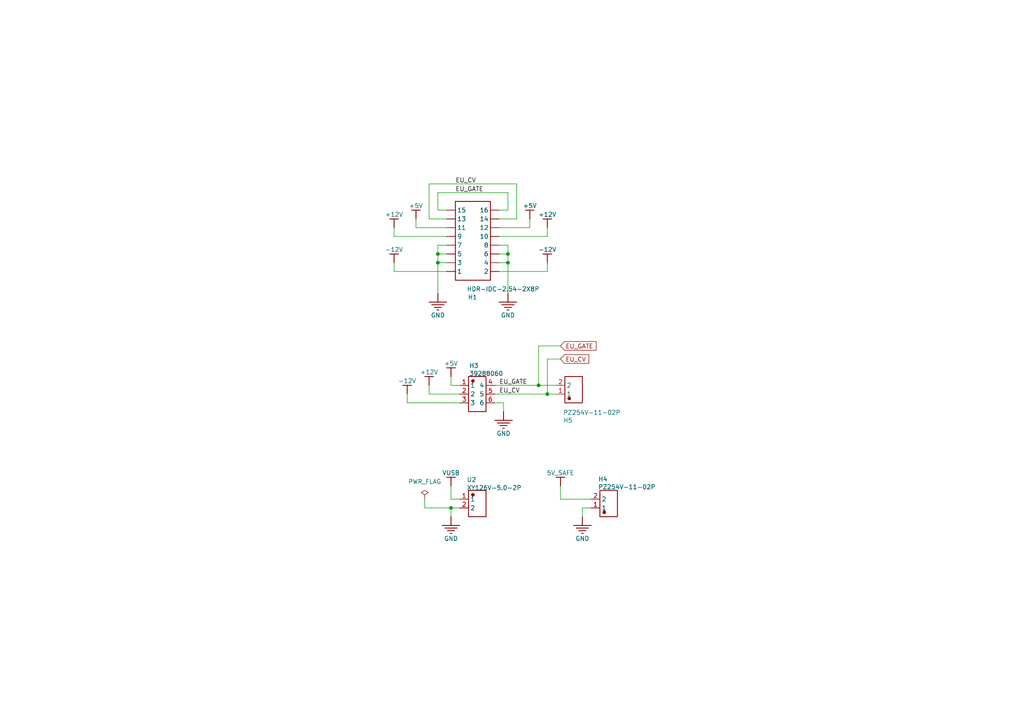
<source format=kicad_sch>
(kicad_sch (version 20231120) (generator "eeschema") (generator_version "8.0")
  (paper "A4")
  (lib_symbols
    (symbol "dualrailusbc-altium-import:+12V_BAR" (power)
      (property "Reference" "#PWR" (at 0 0 0))
      (property "Value" "+12V" (at 0 3.81 0))
      (symbol "+12V_BAR_0_0"
        (polyline (pts (xy -1.27 -2.54) (xy 1.27 -2.54)) (stroke (width 0.254)))
        (polyline (pts (xy 0 0) (xy 0 -2.54)) (stroke (width 0.254)))
        (pin power_in line (at 0 0 0) (length 0) hide (name "+12V") (number ""))
      )
    )
    (symbol "dualrailusbc-altium-import:+5V_BAR" (power)
      (property "Reference" "#PWR" (at 0 0 0))
      (property "Value" "+5V" (at 0 3.81 0))
      (symbol "+5V_BAR_0_0"
        (polyline (pts (xy -1.27 -2.54) (xy 1.27 -2.54)) (stroke (width 0.254)))
        (polyline (pts (xy 0 0) (xy 0 -2.54)) (stroke (width 0.254)))
        (pin power_in line (at 0 0 0) (length 0) hide (name "+5V") (number ""))
      )
    )
    (symbol "dualrailusbc-altium-import:-12V_BAR" (power)
      (property "Reference" "#PWR" (at 0 0 0))
      (property "Value" "-12V" (at 0 3.81 0))
      (symbol "-12V_BAR_0_0"
        (polyline (pts (xy -1.27 -2.54) (xy 1.27 -2.54)) (stroke (width 0.254)))
        (polyline (pts (xy 0 0) (xy 0 -2.54)) (stroke (width 0.254)))
        (pin power_in line (at 0 0 0) (length 0) hide (name "-12V") (number ""))
      )
    )
    (symbol "dualrailusbc-altium-import:GND_POWER_GROUND" (power)
      (property "Reference" "#PWR" (at 0 0 0))
      (property "Value" "GND" (at 0 6.35 0))
      (symbol "GND_POWER_GROUND_0_0"
        (polyline (pts (xy -2.54 -2.54) (xy 2.54 -2.54)) (stroke (width 0.254)))
        (polyline (pts (xy -1.778 -3.302) (xy 1.778 -3.302)) (stroke (width 0.254)))
        (polyline (pts (xy -1.016 -4.064) (xy 1.016 -4.064)) (stroke (width 0.254)))
        (polyline (pts (xy -0.254 -4.826) (xy 0.254 -4.826)) (stroke (width 0.254)))
        (polyline (pts (xy 0 0) (xy 0 -2.54)) (stroke (width 0.254)))
        (pin power_in line (at 0 0 0) (length 0) hide (name "GND") (number ""))
      )
    )
    (symbol "dualrailusbc-altium-import:VUSB_BAR" (power)
      (property "Reference" "#PWR" (at 0 0 0))
      (property "Value" "VUSB" (at 0 3.81 0))
      (symbol "VUSB_BAR_0_0"
        (polyline (pts (xy -1.27 -2.54) (xy 1.27 -2.54)) (stroke (width 0.254)))
        (polyline (pts (xy 0 0) (xy 0 -2.54)) (stroke (width 0.254)))
        (pin power_in line (at 0 0 0) (length 0) hide (name "VUSB") (number ""))
      )
    )
    (symbol "dualrailusbc-altium-import:root_0_39288060"
      (symbol "root_0_39288060_1_0"
        (rectangle (start -2.54 5.08) (end 2.54 -5.08) (stroke (width 0.254) (color 136 0 0 1)))
        (circle (center -1.27 3.81) (radius 0.381) (stroke (width 0.254) (color 136 0 0 1)) (fill (type outline)))
        (pin passive line (at -5.08 2.54 0) (length 2.54) (name "1") (number "1"))
        (pin passive line (at -5.08 0 0) (length 2.54) (name "2") (number "2"))
        (pin passive line (at -5.08 -2.54 0) (length 2.54) (name "3") (number "3"))
        (pin passive line (at 5.08 2.54 180) (length 2.54) (name "4") (number "4"))
        (pin passive line (at 5.08 0 180) (length 2.54) (name "5") (number "5"))
        (pin passive line (at 5.08 -2.54 180) (length 2.54) (name "6") (number "6"))
      )
    )
    (symbol "dualrailusbc-altium-import:root_0_HDR-IDC-2.54-2X8P"
      (symbol "root_0_HDR-IDC-2.54-2X8P_1_0"
        (rectangle (start -5.08 11.43) (end 5.08 -11.43) (stroke (width 0.254) (color 136 0 0 1)))
        (pin passive line (at -7.62 -8.89 0) (length 2.54) (name "1") (number "1"))
        (pin passive line (at 7.62 1.27 180) (length 2.54) (name "10") (number "10"))
        (pin passive line (at -7.62 3.81 0) (length 2.54) (name "11") (number "11"))
        (pin passive line (at 7.62 3.81 180) (length 2.54) (name "12") (number "12"))
        (pin passive line (at -7.62 6.35 0) (length 2.54) (name "13") (number "13"))
        (pin passive line (at 7.62 6.35 180) (length 2.54) (name "14") (number "14"))
        (pin passive line (at -7.62 8.89 0) (length 2.54) (name "15") (number "15"))
        (pin passive line (at 7.62 8.89 180) (length 2.54) (name "16") (number "16"))
        (pin passive line (at 7.62 -8.89 180) (length 2.54) (name "2") (number "2"))
        (pin passive line (at -7.62 -6.35 0) (length 2.54) (name "3") (number "3"))
        (pin passive line (at 7.62 -6.35 180) (length 2.54) (name "4") (number "4"))
        (pin passive line (at -7.62 -3.81 0) (length 2.54) (name "5") (number "5"))
        (pin passive line (at 7.62 -3.81 180) (length 2.54) (name "6") (number "6"))
        (pin passive line (at -7.62 -1.27 0) (length 2.54) (name "7") (number "7"))
        (pin passive line (at 7.62 -1.27 180) (length 2.54) (name "8") (number "8"))
        (pin passive line (at -7.62 1.27 0) (length 2.54) (name "9") (number "9"))
      )
    )
    (symbol "dualrailusbc-altium-import:root_0_PZ254V-11-02P"
      (symbol "root_0_PZ254V-11-02P_1_0"
        (rectangle (start -2.54 3.81) (end 2.54 -3.81) (stroke (width 0.254) (color 136 0 0 1)))
        (circle (center -1.27 -2.54) (radius 0.381) (stroke (width 0.254) (color 136 0 0 1)) (fill (type outline)))
        (pin passive line (at -5.08 -1.27 0) (length 2.54) (name "1") (number "1"))
        (pin passive line (at -5.08 1.27 0) (length 2.54) (name "2") (number "2"))
      )
    )
    (symbol "dualrailusbc-altium-import:root_0_XY126V-5.0-2P"
      (symbol "root_0_XY126V-5.0-2P_1_0"
        (rectangle (start -2.54 3.81) (end 2.54 -3.81) (stroke (width 0.254) (color 136 0 0 1)))
        (circle (center -1.27 2.54) (radius 0.381) (stroke (width 0.254) (color 136 0 0 1)) (fill (type outline)))
        (pin passive line (at -5.08 1.27 0) (length 2.54) (name "1") (number "1"))
        (pin passive line (at -5.08 -1.27 0) (length 2.54) (name "2") (number "2"))
      )
    )
    (symbol "power:PWR_FLAG" (power) (pin_numbers hide) (pin_names (offset 0) hide)
      (property "Value" "PWR_FLAG" (at 0 3.81 0))
      (symbol "PWR_FLAG_0_0"
        (pin power_out line (at 0 0 90) (length 0) (name "~") (number "1"))
      )
      (symbol "PWR_FLAG_0_1"
        (polyline (pts (xy 0 0) (xy 0 1.27) (xy -1.016 1.905) (xy 0 2.54) (xy 1.016 1.905) (xy 0 1.27)))
      )
    )
  )
  (junction (at 147.32 76.2))
  (junction (at 127 76.2))
  (junction (at 130.81 147.32))
  (junction (at 158.75 114.3))
  (junction (at 147.32 73.66))
  (junction (at 127 73.66))
  (junction (at 156.21 111.76))
  (wire (pts (xy 130.81 147.32) (xy 130.81 149.86)))
  (wire (pts (xy 130.81 109.22) (xy 130.81 111.76)))
  (wire (pts (xy 129.54 73.66) (xy 127 73.66)))
  (wire (pts (xy 149.86 53.34) (xy 149.86 63.5)))
  (wire (pts (xy 130.81 144.78) (xy 133.35 144.78)))
  (wire (pts (xy 124.46 53.34) (xy 149.86 53.34)))
  (wire (pts (xy 147.32 71.12) (xy 144.78 71.12)))
  (wire (pts (xy 127 85.09) (xy 127 76.2)))
  (wire (pts (xy 146.05 116.84) (xy 143.51 116.84)))
  (wire (pts (xy 114.3 76.2) (xy 114.3 78.74)))
  (wire (pts (xy 143.51 111.76) (xy 156.21 111.76)))
  (wire (pts (xy 149.86 63.5) (xy 144.78 63.5)))
  (wire (pts (xy 123.19 144.78) (xy 123.19 147.32)))
  (wire (pts (xy 127 55.88) (xy 127 60.96)))
  (wire (pts (xy 144.78 78.74) (xy 158.75 78.74)))
  (wire (pts (xy 156.21 111.76) (xy 161.29 111.76)))
  (wire (pts (xy 147.32 85.09) (xy 147.32 76.2)))
  (wire (pts (xy 130.81 111.76) (xy 133.35 111.76)))
  (wire (pts (xy 130.81 140.97) (xy 130.81 144.78)))
  (wire (pts (xy 127 73.66) (xy 127 71.12)))
  (wire (pts (xy 133.35 114.3) (xy 124.46 114.3)))
  (wire (pts (xy 158.75 66.04) (xy 158.75 68.58)))
  (wire (pts (xy 147.32 73.66) (xy 147.32 71.12)))
  (wire (pts (xy 158.75 104.14) (xy 158.75 114.3)))
  (wire (pts (xy 162.56 144.78) (xy 171.45 144.78)))
  (wire (pts (xy 127 60.96) (xy 129.54 60.96)))
  (wire (pts (xy 118.11 116.84) (xy 118.11 114.3)))
  (wire (pts (xy 153.67 63.5) (xy 153.67 66.04)))
  (wire (pts (xy 144.78 60.96) (xy 147.32 60.96)))
  (wire (pts (xy 114.3 66.04) (xy 114.3 68.58)))
  (wire (pts (xy 158.75 78.74) (xy 158.75 76.2)))
  (wire (pts (xy 156.21 100.33) (xy 156.21 111.76)))
  (wire (pts (xy 162.56 104.14) (xy 158.75 104.14)))
  (wire (pts (xy 114.3 78.74) (xy 129.54 78.74)))
  (wire (pts (xy 158.75 68.58) (xy 144.78 68.58)))
  (wire (pts (xy 162.56 100.33) (xy 156.21 100.33)))
  (wire (pts (xy 127 71.12) (xy 129.54 71.12)))
  (wire (pts (xy 124.46 63.5) (xy 124.46 53.34)))
  (wire (pts (xy 127 76.2) (xy 127 73.66)))
  (wire (pts (xy 147.32 60.96) (xy 147.32 55.88)))
  (wire (pts (xy 158.75 114.3) (xy 143.51 114.3)))
  (wire (pts (xy 146.05 119.38) (xy 146.05 116.84)))
  (wire (pts (xy 147.32 76.2) (xy 147.32 73.66)))
  (wire (pts (xy 168.91 147.32) (xy 171.45 147.32)))
  (wire (pts (xy 123.19 147.32) (xy 130.81 147.32)))
  (wire (pts (xy 129.54 76.2) (xy 127 76.2)))
  (wire (pts (xy 120.65 63.5) (xy 120.65 66.04)))
  (wire (pts (xy 144.78 73.66) (xy 147.32 73.66)))
  (wire (pts (xy 133.35 147.32) (xy 130.81 147.32)))
  (wire (pts (xy 162.56 140.97) (xy 162.56 144.78)))
  (wire (pts (xy 161.29 114.3) (xy 158.75 114.3)))
  (wire (pts (xy 114.3 68.58) (xy 129.54 68.58)))
  (wire (pts (xy 144.78 76.2) (xy 147.32 76.2)))
  (wire (pts (xy 147.32 55.88) (xy 127 55.88)))
  (wire (pts (xy 124.46 63.5) (xy 129.54 63.5)))
  (wire (pts (xy 133.35 116.84) (xy 118.11 116.84)))
  (wire (pts (xy 153.67 66.04) (xy 144.78 66.04)))
  (wire (pts (xy 124.46 114.3) (xy 124.46 111.76)))
  (wire (pts (xy 120.65 66.04) (xy 129.54 66.04)))
  (wire (pts (xy 168.91 149.86) (xy 168.91 147.32)))
  (label "EU_GATE" (at 144.78 111.76 0))
  (label "EU_CV" (at 132.08 53.34 0))
  (label "EU_CV" (at 144.78 114.3 0))
  (label "EU_GATE" (at 132.08 55.88 0))
  (global_label "EU_CV" (shape input) (at 162.56 104.14 0) (property "Intersheetrefs" "${INTERSHEET_REFS}" (effects (hide yes))))
  (global_label "EU_GATE" (shape input) (at 162.56 100.33 0) (property "Intersheetrefs" "${INTERSHEET_REFS}" (effects (hide yes))))
  (symbol (lib_id "dualrailusbc-altium-import:+5V_BAR") (at 153.67 63.5 180) (unit 1)
    (property "Reference" "#PWR010" (effects (hide yes)))
    (property "Value" "+5V" (at 153.67 59.69 0))
    (property "Description" "Power symbol creates a global label with name '+5V'" (effects (hide yes)))
  )
  (symbol (lib_id "dualrailusbc-altium-import:+12V_BAR") (at 124.46 111.76 180) (unit 1)
    (property "Reference" "#PWR02" (effects (hide yes)))
    (property "Value" "+12V" (at 124.46 107.95 0))
    (property "Description" "Power symbol creates a global label with name '+12V'" (effects (hide yes)))
  )
  (symbol (lib_id "dualrailusbc-altium-import:+5V_BAR") (at 120.65 63.5 180) (unit 1)
    (property "Reference" "#PWR07" (effects (hide yes)))
    (property "Value" "+5V" (at 120.65 59.69 0))
    (property "Description" "Power symbol creates a global label with name '+5V'" (effects (hide yes)))
  )
  (symbol (lib_id "dualrailusbc-altium-import:+12V_BAR") (at 158.75 66.04 180) (unit 1)
    (property "Reference" "#PWR011" (effects (hide yes)))
    (property "Value" "+12V" (at 158.75 62.23 0))
    (property "Description" "Power symbol creates a global label with name '+12V'" (effects (hide yes)))
  )
  (symbol (lib_id "dualrailusbc-altium-import:GND_POWER_GROUND") (at 147.32 85.09 0) (unit 1)
    (property "Reference" "#PWR09" (effects (hide yes)))
    (property "Value" "GND" (at 147.32 91.44 0))
    (property "Description" "Power symbol creates a global label with name 'GND'" (effects (hide yes)))
  )
  (symbol (lib_id "dualrailusbc-altium-import:root_0_HDR-IDC-2.54-2X8P") (at 137.16 69.85 0) (unit 1)
    (property "Reference" "H1" (at 135.679 86.931 0) (effects (justify left bottom)))
    (property "Value" "HDR-IDC-2.54-2X8P" (at 135.382 84.561 0) (effects (justify left bottom)))
    (property "Footprint" "Connector_IDC:IDC-Header_2x08_P2.54mm_Vertical" (effects (hide yes)))
    (property "SUPPLIER" "LCSC" (effects (hide yes)))
    (property "MANUFACTURER" "BOOMELE(博穆精密)" (effects (hide yes)))
    (property "MANUFACTURER PART" "2.54-2*8P简牛" (effects (hide yes)))
    (property "SUPPLIER PART" "C3406" (effects (hide yes)))
    (property "JLCPCB PART CLASS" "Extended Part" (effects (hide yes)))
    (property "SPICEPRE" "P" (effects (hide yes)))
    (property "SPICESYMBOLNAME" "HDR-IDC-2.54-2X8P" (effects (hide yes)))
  )
  (symbol (lib_id "dualrailusbc-altium-import:root_0_PZ254V-11-02P") (at 176.53 146.05 0) (unit 1)
    (property "Reference" "H4" (at 173.492 139.679 0) (effects (justify left bottom)))
    (property "Value" "PZ254V-11-02P" (at 173.492 141.965 0) (effects (justify left bottom)))
    (property "Footprint" "Connector_PinHeader_2.54mm:PinHeader_2x01_P2.54mm_Vertical" (effects (hide yes)))
    (property "CONTRIBUTOR" "LCSC" (effects (hide yes)))
    (property "SUPPLIER" "LCSC" (effects (hide yes)))
    (property "SUPPLIER PART" "C492401" (effects (hide yes)))
    (property "MANUFACTURER" "XFCN(兴飞)" (effects (hide yes)))
    (property "MANUFACTURER PART" "PZ254V-11-02P" (effects (hide yes)))
    (property "JLCPCB PART CLASS" "Extended Part" (effects (hide yes)))
    (property "SPICEPRE" "H" (effects (hide yes)))
    (property "SPICESYMBOLNAME" "PZ254V-11-02P" (effects (hide yes)))
  )
  (symbol (lib_id "dualrailusbc-altium-import:+12V_BAR") (at 114.3 66.04 180) (unit 1)
    (property "Reference" "#PWR05" (effects (hide yes)))
    (property "Value" "+12V" (at 114.3 62.23 0))
    (property "Description" "Power symbol creates a global label with name '+12V'" (effects (hide yes)))
  )
  (symbol (lib_id "dualrailusbc-altium-import:root_0_XY126V-5.0-2P") (at 138.43 146.05 0) (unit 1)
    (property "Reference" "U2" (at 135.389 139.849 0) (effects (justify left bottom)))
    (property "Value" "XY126V-5.0-2P" (at 135.389 142.219 0) (effects (justify left bottom)))
    (property "Footprint" "TerminalBlock_Phoenix:TerminalBlock_Phoenix_MKDS-1,5-2_1x02_P5.00mm_Horizontal" (effects (hide yes)))
    (property "CONTRIBUTOR" "LCSC" (effects (hide yes)))
    (property "SUPPLIER" "LCSC" (effects (hide yes)))
    (property "SUPPLIER PART" "C557646" (effects (hide yes)))
    (property "MANUFACTURER" "XINLAIYA(新莱亚)" (effects (hide yes)))
    (property "MANUFACTURER PART" "XY126V-5.0-2P" (effects (hide yes)))
    (property "JLCPCB PART CLASS" "Extended Part" (effects (hide yes)))
    (property "SPICEPRE" "U" (effects (hide yes)))
    (property "SPICESYMBOLNAME" "XY126V-5.0-2P" (effects (hide yes)))
  )
  (symbol (lib_id "dualrailusbc-altium-import:root_0_39288060") (at 138.43 114.3 0) (unit 1)
    (property "Reference" "H3" (at 136.058 106.786 0) (effects (justify left bottom)))
    (property "Value" "39288060" (at 136.058 109.072 0) (effects (justify left bottom)))
    (property "Footprint" "Connector_Molex:Molex_Mini-Fit_Jr_5566-06A_2x03_P4.20mm_Vertical" (effects (hide yes)))
    (property "CONTRIBUTOR" "LCSC" (effects (hide yes)))
    (property "SUPPLIER" "LCSC" (effects (hide yes)))
    (property "SUPPLIER PART" "C505058" (effects (hide yes)))
    (property "MANUFACTURER" "MOLEX" (effects (hide yes)))
    (property "MANUFACTURER PART" "39288060" (effects (hide yes)))
    (property "JLCPCB PART CLASS" "Extended Part" (effects (hide yes)))
    (property "SPICEPRE" "C" (effects (hide yes)))
    (property "SPICESYMBOLNAME" "39288060" (effects (hide yes)))
  )
  (symbol (lib_id "dualrailusbc-altium-import:+5V_BAR") (at 130.81 109.22 180) (unit 1)
    (property "Reference" "#PWR03" (effects (hide yes)))
    (property "Value" "+5V" (at 130.81 105.41 0))
    (property "Description" "Power symbol creates a global label with name '+5V'" (effects (hide yes)))
  )
  (symbol (lib_id "power:PWR_FLAG") (at 123.19 144.78 0) (unit 1)
    (property "Reference" "#FLG05" (effects (hide yes)))
    (property "Value" "PWR_FLAG" (at 123.19 139.7 0))
    (property "Description" "Special symbol for telling ERC where power comes from" (effects (hide yes)))
  )
  (symbol (lib_id "dualrailusbc-altium-import:GND_POWER_GROUND") (at 127 85.09 0) (unit 1)
    (property "Reference" "#PWR08" (effects (hide yes)))
    (property "Value" "GND" (at 127 91.44 0))
    (property "Description" "Power symbol creates a global label with name 'GND'" (effects (hide yes)))
  )
  (symbol (lib_id "dualrailusbc-altium-import:VUSB_BAR") (at 162.56 140.97 180) (unit 1)
    (property "Reference" "#PWR057" (effects (hide yes)))
    (property "Value" "5V_SAFE" (at 162.56 137.16 0))
    (property "Description" "Power symbol creates a global label with name 'VUSB'" (effects (hide yes)))
  )
  (symbol (lib_id "dualrailusbc-altium-import:root_0_PZ254V-11-02P") (at 166.37 113.03 0) (unit 1)
    (property "Reference" "H5" (at 163.332 122.661 0) (effects (justify left bottom)))
    (property "Value" "PZ254V-11-02P" (at 163.332 120.375 0) (effects (justify left bottom)))
    (property "Footprint" "Connector_PinHeader_2.54mm:PinHeader_2x01_P2.54mm_Vertical" (effects (hide yes)))
    (property "CONTRIBUTOR" "LCSC" (effects (hide yes)))
    (property "SUPPLIER" "LCSC" (effects (hide yes)))
    (property "SUPPLIER PART" "C492401" (effects (hide yes)))
    (property "MANUFACTURER" "XFCN(兴飞)" (effects (hide yes)))
    (property "MANUFACTURER PART" "PZ254V-11-02P" (effects (hide yes)))
    (property "JLCPCB PART CLASS" "Extended Part" (effects (hide yes)))
    (property "SPICEPRE" "H" (effects (hide yes)))
    (property "SPICESYMBOLNAME" "PZ254V-11-02P" (effects (hide yes)))
  )
  (symbol (lib_id "dualrailusbc-altium-import:GND_POWER_GROUND") (at 168.91 149.86 0) (unit 1)
    (property "Reference" "#PWR021" (effects (hide yes)))
    (property "Value" "GND" (at 168.91 156.21 0))
    (property "Description" "Power symbol creates a global label with name 'GND'" (effects (hide yes)))
  )
  (symbol (lib_id "dualrailusbc-altium-import:GND_POWER_GROUND") (at 146.05 119.38 0) (unit 1)
    (property "Reference" "#PWR04" (effects (hide yes)))
    (property "Value" "GND" (at 146.05 125.73 0))
    (property "Description" "Power symbol creates a global label with name 'GND'" (effects (hide yes)))
  )
  (symbol (lib_id "dualrailusbc-altium-import:GND_POWER_GROUND") (at 130.81 149.86 0) (unit 1)
    (property "Reference" "#PWR025" (effects (hide yes)))
    (property "Value" "GND" (at 130.81 156.21 0))
    (property "Description" "Power symbol creates a global label with name 'GND'" (effects (hide yes)))
  )
  (symbol (lib_id "dualrailusbc-altium-import:VUSB_BAR") (at 130.81 140.97 180) (unit 1)
    (property "Reference" "#PWR024" (effects (hide yes)))
    (property "Value" "VUSB" (at 130.81 137.16 0))
    (property "Description" "Power symbol creates a global label with name 'VUSB'" (effects (hide yes)))
  )
  (symbol (lib_id "dualrailusbc-altium-import:-12V_BAR") (at 114.3 76.2 180) (unit 1)
    (property "Reference" "#PWR06" (effects (hide yes)))
    (property "Value" "-12V" (at 114.3 72.39 0))
    (property "Description" "Power symbol creates a global label with name '-12V'" (effects (hide yes)))
  )
  (symbol (lib_id "dualrailusbc-altium-import:-12V_BAR") (at 118.11 114.3 180) (unit 1)
    (property "Reference" "#PWR01" (effects (hide yes)))
    (property "Value" "-12V" (at 118.11 110.49 0))
    (property "Description" "Power symbol creates a global label with name '-12V'" (effects (hide yes)))
  )
  (symbol (lib_id "dualrailusbc-altium-import:-12V_BAR") (at 158.75 76.2 180) (unit 1)
    (property "Reference" "#PWR012" (effects (hide yes)))
    (property "Value" "-12V" (at 158.75 72.39 0))
    (property "Description" "Power symbol creates a global label with name '-12V'" (effects (hide yes)))
  )
)
</source>
